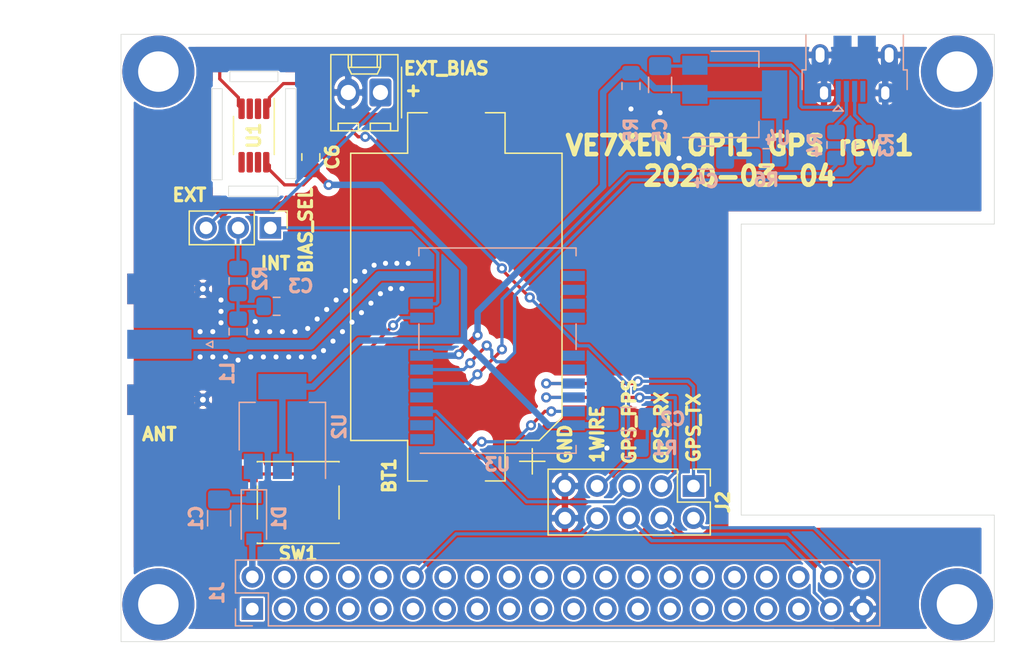
<source format=kicad_pcb>
(kicad_pcb (version 20171130) (host pcbnew 5.1.5)
  (title_block (title "VE7XEN orangepi-neo-gps") (date 2020-03-05) (rev 1))
  (layers (0 F.Cu signal) (31 B.Cu signal) (34 B.Paste user) (35 F.Paste user) (36 B.SilkS user) (37 F.SilkS user) (38 B.Mask user) (39 F.Mask user) (44 Edge.Cuts user))
  (net 0 "")
  (net 1 GND)
  (net 2 "Net-(BT1-Pad1)")
  (net 3 "Net-(C1-Pad1)")
  (net 4 "Net-(C3-Pad1)")
  (net 5 "Net-(C4-Pad1)")
  (net 6 "Net-(C5-Pad1)")
  (net 7 +5V)
  (net 8 "Net-(J1-Pad12)")
  (net 9 "Net-(J1-Pad37)")
  (net 10 "Net-(J1-Pad38)")
  (net 11 "Net-(J1-Pad40)")
  (net 12 /GPS_TX)
  (net 13 /GPS_RX)
  (net 14 /GPS_PPS)
  (net 15 /1WIRE)
  (net 16 "Net-(J3-Pad1)")
  (net 17 "Net-(J3-Pad2)")
  (net 18 "Net-(J3-Pad3)")
  (net 19 "Net-(J5-Pad2)")
  (net 20 "Net-(J5-Pad3)")
  (net 21 "Net-(J6-Pad1)")
  (net 22 +3V3)
  (net 23 "Net-(R3-Pad2)")
  (net 24 "Net-(R4-Pad2)")
  (net 25 "Net-(R5-Pad1)")
  (net 26 "Net-(SW1-Pad2)")
  (net 27 "Net-(C2-Pad2)")
  (module Battery:BatteryHolder_Keystone_1060_1x2032 (layer F.Cu) (at 51.5 45.75 90)
    (fp_text reference BT1 (at -14.125 -5.3 270) (layer F.SilkS) (effects (font (thickness 0.25))))
    (fp_text value Battery_Cell)
    (pad 2 smd rect (at 14.65 0 270) (size 2.6 3.6) (layers F.Cu F.Paste F.Mask) (net 1 GND))
    (pad 1 smd rect (at -14.65 0 270) (size 2.6 3.6) (layers F.Cu F.Paste F.Mask) (net 2 "Net-(BT1-Pad1)"))
  )
  (module Capacitor_SMD:C_1206_3216Metric_Pad1.42x1.75mm_HandSolder (layer B.Cu) (at 32.75 63.25 270)
    (fp_text reference C1 (at 0 1.82 90) (layer B.SilkS) (effects (font (thickness 0.25)) (justify mirror)))
    (fp_text value 10u)
    (pad 1 smd roundrect (at -1.4875 0 270) (size 1.425 1.75) (layers B.Cu B.Paste B.Mask) (roundrect_rratio 0.175439) (net 3 "Net-(C1-Pad1)"))
    (pad 2 smd roundrect (at 1.4875 0 270) (size 1.425 1.75) (layers B.Cu B.Paste B.Mask) (roundrect_rratio 0.175439) (net 1 GND))
  )
  (module Capacitor_SMD:C_1206_3216Metric_Pad1.42x1.75mm_HandSolder (layer B.Cu) (at 65.1 55.4)
    (fp_text reference C2 (at 3.5 0) (layer B.SilkS) (effects (font (thickness 0.25)) (justify mirror)))
    (fp_text value 10u)
    (pad 2 smd roundrect (at 1.4875 0) (size 1.425 1.75) (layers B.Cu B.Paste B.Mask) (roundrect_rratio 0.175439) (net 27 "Net-(C2-Pad2)"))
    (pad 1 smd roundrect (at -1.4875 0) (size 1.425 1.75) (layers B.Cu B.Paste B.Mask) (roundrect_rratio 0.175439) (net 22 +3V3))
  )
  (module Capacitor_SMD:C_0805_2012Metric_Pad1.15x1.40mm_HandSolder (layer B.Cu) (at 37.3 46.5)
    (fp_text reference C3 (at 1.9 -1.6) (layer B.SilkS) (effects (font (thickness 0.25)) (justify mirror)))
    (fp_text value 10n)
    (pad 1 smd roundrect (at -1.025 0) (size 1.15 1.4) (layers B.Cu B.Paste B.Mask) (roundrect_rratio 0.217391) (net 4 "Net-(C3-Pad1)"))
    (pad 2 smd roundrect (at 1.025 0) (size 1.15 1.4) (layers B.Cu B.Paste B.Mask) (roundrect_rratio 0.217391) (net 1 GND))
  )
  (module Capacitor_SMD:C_1206_3216Metric_Pad1.42x1.75mm_HandSolder (layer B.Cu) (at 71.25 34.75 180)
    (fp_text reference C4 (at 0 -1.85) (layer B.SilkS) (effects (font (thickness 0.25)) (justify mirror)))
    (fp_text value 10u)
    (pad 1 smd roundrect (at -1.4875 0 180) (size 1.425 1.75) (layers B.Cu B.Paste B.Mask) (roundrect_rratio 0.175439) (net 5 "Net-(C4-Pad1)"))
    (pad 2 smd roundrect (at 1.4875 0 180) (size 1.425 1.75) (layers B.Cu B.Paste B.Mask) (roundrect_rratio 0.175439) (net 1 GND))
  )
  (module Capacitor_SMD:C_1206_3216Metric_Pad1.42x1.75mm_HandSolder (layer B.Cu) (at 67.6 29 270)
    (fp_text reference C5 (at 3.6 0 90) (layer B.SilkS) (effects (font (thickness 0.25)) (justify mirror)))
    (fp_text value 10u)
    (pad 2 smd roundrect (at 1.4875 0 270) (size 1.425 1.75) (layers B.Cu B.Paste B.Mask) (roundrect_rratio 0.175439) (net 1 GND))
    (pad 1 smd roundrect (at -1.4875 0 270) (size 1.425 1.75) (layers B.Cu B.Paste B.Mask) (roundrect_rratio 0.175439) (net 6 "Net-(C5-Pad1)"))
  )
  (module Diode_SMD:D_SOD-123 (layer B.Cu) (at 35.5 63.25 270)
    (fp_text reference D1 (at 0 -2 90) (layer B.SilkS) (effects (font (thickness 0.25)) (justify mirror)))
    (fp_text value 1N4148W)
    (pad 1 smd rect (at -1.65 0 270) (size 0.9 1.2) (layers B.Cu B.Paste B.Mask) (net 3 "Net-(C1-Pad1)"))
    (pad 2 smd rect (at 1.65 0 270) (size 0.9 1.2) (layers B.Cu B.Paste B.Mask) (net 7 +5V))
  )
  (module MountingHole:MountingHole_3.2mm_M3_ISO7380_Pad (layer F.Cu) (at 27.95 27.95)
    (fp_text reference H1 hide)
    (fp_text value MountingHole)
    (pad 1 thru_hole circle (at 0 0) (size 5.7 5.7) (drill 3.2) (layers *.Cu *.Mask))
  )
  (module MountingHole:MountingHole_3.2mm_M3_ISO7380_Pad (layer F.Cu) (at 27.95 70.05)
    (fp_text reference H2 hide)
    (fp_text value MountingHole)
    (pad 1 thru_hole circle (at 0 0) (size 5.7 5.7) (drill 3.2) (layers *.Cu *.Mask))
  )
  (module MountingHole:MountingHole_3.2mm_M3_ISO7380_Pad (layer F.Cu) (at 91.062 27.95)
    (fp_text reference H3 hide)
    (fp_text value MountingHole)
    (pad 1 thru_hole circle (at 0 0) (size 5.7 5.7) (drill 3.2) (layers *.Cu *.Mask))
  )
  (module MountingHole:MountingHole_3.2mm_M3_ISO7380_Pad (layer F.Cu) (at 91.062 70.05)
    (fp_text reference H4 hide)
    (fp_text value MountingHole)
    (pad 1 thru_hole circle (at 0 0) (size 5.7 5.7) (drill 3.2) (layers *.Cu *.Mask))
  )
  (module Connector_PinSocket_2.54mm:PinSocket_2x20_P2.54mm_Vertical (layer B.Cu) (at 35.375 70.422 270)
    (fp_text reference J1 (at -1.27 2.77 90) (layer B.SilkS) (effects (font (thickness 0.25)) (justify mirror)))
    (fp_text value OPI)
    (pad 1 thru_hole rect (at 0 0 270) (size 1.7 1.7) (drill 1) (layers *.Cu *.Mask))
    (pad 2 thru_hole oval (at -2.54 0 270) (size 1.7 1.7) (drill 1) (layers *.Cu *.Mask) (net 7 +5V))
    (pad 3 thru_hole oval (at 0 -2.54 270) (size 1.7 1.7) (drill 1) (layers *.Cu *.Mask))
    (pad 4 thru_hole oval (at -2.54 -2.54 270) (size 1.7 1.7) (drill 1) (layers *.Cu *.Mask))
    (pad 5 thru_hole oval (at 0 -5.08 270) (size 1.7 1.7) (drill 1) (layers *.Cu *.Mask))
    (pad 6 thru_hole oval (at -2.54 -5.08 270) (size 1.7 1.7) (drill 1) (layers *.Cu *.Mask))
    (pad 7 thru_hole oval (at 0 -7.62 270) (size 1.7 1.7) (drill 1) (layers *.Cu *.Mask))
    (pad 8 thru_hole oval (at -2.54 -7.62 270) (size 1.7 1.7) (drill 1) (layers *.Cu *.Mask))
    (pad 9 thru_hole oval (at 0 -10.16 270) (size 1.7 1.7) (drill 1) (layers *.Cu *.Mask))
    (pad 10 thru_hole oval (at -2.54 -10.16 270) (size 1.7 1.7) (drill 1) (layers *.Cu *.Mask))
    (pad 11 thru_hole oval (at 0 -12.7 270) (size 1.7 1.7) (drill 1) (layers *.Cu *.Mask))
    (pad 12 thru_hole oval (at -2.54 -12.7 270) (size 1.7 1.7) (drill 1) (layers *.Cu *.Mask) (net 8 "Net-(J1-Pad12)"))
    (pad 13 thru_hole oval (at 0 -15.24 270) (size 1.7 1.7) (drill 1) (layers *.Cu *.Mask))
    (pad 14 thru_hole oval (at -2.54 -15.24 270) (size 1.7 1.7) (drill 1) (layers *.Cu *.Mask))
    (pad 15 thru_hole oval (at 0 -17.78 270) (size 1.7 1.7) (drill 1) (layers *.Cu *.Mask))
    (pad 16 thru_hole oval (at -2.54 -17.78 270) (size 1.7 1.7) (drill 1) (layers *.Cu *.Mask))
    (pad 17 thru_hole oval (at 0 -20.32 270) (size 1.7 1.7) (drill 1) (layers *.Cu *.Mask))
    (pad 18 thru_hole oval (at -2.54 -20.32 270) (size 1.7 1.7) (drill 1) (layers *.Cu *.Mask))
    (pad 19 thru_hole oval (at 0 -22.86 270) (size 1.7 1.7) (drill 1) (layers *.Cu *.Mask))
    (pad 20 thru_hole oval (at -2.54 -22.86 270) (size 1.7 1.7) (drill 1) (layers *.Cu *.Mask))
    (pad 21 thru_hole oval (at 0 -25.4 270) (size 1.7 1.7) (drill 1) (layers *.Cu *.Mask))
    (pad 22 thru_hole oval (at -2.54 -25.4 270) (size 1.7 1.7) (drill 1) (layers *.Cu *.Mask))
    (pad 23 thru_hole oval (at 0 -27.94 270) (size 1.7 1.7) (drill 1) (layers *.Cu *.Mask))
    (pad 24 thru_hole oval (at -2.54 -27.94 270) (size 1.7 1.7) (drill 1) (layers *.Cu *.Mask))
    (pad 25 thru_hole oval (at 0 -30.48 270) (size 1.7 1.7) (drill 1) (layers *.Cu *.Mask))
    (pad 26 thru_hole oval (at -2.54 -30.48 270) (size 1.7 1.7) (drill 1) (layers *.Cu *.Mask))
    (pad 27 thru_hole oval (at 0 -33.02 270) (size 1.7 1.7) (drill 1) (layers *.Cu *.Mask))
    (pad 28 thru_hole oval (at -2.54 -33.02 270) (size 1.7 1.7) (drill 1) (layers *.Cu *.Mask))
    (pad 29 thru_hole oval (at 0 -35.56 270) (size 1.7 1.7) (drill 1) (layers *.Cu *.Mask))
    (pad 30 thru_hole oval (at -2.54 -35.56 270) (size 1.7 1.7) (drill 1) (layers *.Cu *.Mask))
    (pad 31 thru_hole oval (at 0 -38.1 270) (size 1.7 1.7) (drill 1) (layers *.Cu *.Mask))
    (pad 32 thru_hole oval (at -2.54 -38.1 270) (size 1.7 1.7) (drill 1) (layers *.Cu *.Mask))
    (pad 33 thru_hole oval (at 0 -40.64 270) (size 1.7 1.7) (drill 1) (layers *.Cu *.Mask))
    (pad 34 thru_hole oval (at -2.54 -40.64 270) (size 1.7 1.7) (drill 1) (layers *.Cu *.Mask))
    (pad 35 thru_hole oval (at 0 -43.18 270) (size 1.7 1.7) (drill 1) (layers *.Cu *.Mask))
    (pad 36 thru_hole oval (at -2.54 -43.18 270) (size 1.7 1.7) (drill 1) (layers *.Cu *.Mask))
    (pad 37 thru_hole oval (at 0 -45.72 270) (size 1.7 1.7) (drill 1) (layers *.Cu *.Mask) (net 9 "Net-(J1-Pad37)"))
    (pad 38 thru_hole oval (at -2.54 -45.72 270) (size 1.7 1.7) (drill 1) (layers *.Cu *.Mask) (net 10 "Net-(J1-Pad38)"))
    (pad 39 thru_hole oval (at 0 -48.26 270) (size 1.7 1.7) (drill 1) (layers *.Cu *.Mask) (net 1 GND))
    (pad 40 thru_hole oval (at -2.54 -48.26 270) (size 1.7 1.7) (drill 1) (layers *.Cu *.Mask) (net 11 "Net-(J1-Pad40)"))
  )
  (module Connector_USB:USB_Micro-B_Amphenol_10103594-0001LF_Horizontal (layer B.Cu) (at 83 27.75)
    (fp_text reference J5 hide)
    (fp_text value USB_B_Micro)
    (pad 6 smd rect (at 2.725 -0.185) (size 1.35 2) (layers B.Cu B.Paste B.Mask) (net 1 GND))
    (pad 6 smd rect (at -2.755 -0.185) (size 1.35 2) (layers B.Cu B.Paste B.Mask) (net 1 GND))
    (pad 6 smd rect (at -2.975 0.565) (size 1.825 0.7) (layers B.Cu B.Paste B.Mask) (net 1 GND))
    (pad 6 smd rect (at 2.975 0.565) (size 1.825 0.7) (layers B.Cu B.Paste B.Mask) (net 1 GND))
    (pad 6 smd rect (at -2.875 1.865) (size 2 1.5) (layers B.Cu B.Paste B.Mask) (net 1 GND))
    (pad 6 smd rect (at 2.875 1.885) (size 2 1.5) (layers B.Cu B.Paste B.Mask) (net 1 GND))
    (pad 1 smd rect (at -1.325 1.765 270) (size 1.65 0.4) (layers B.Cu B.Paste B.Mask) (net 6 "Net-(C5-Pad1)"))
    (pad 2 smd rect (at -0.675 1.765 270) (size 1.65 0.4) (layers B.Cu B.Paste B.Mask) (net 19 "Net-(J5-Pad2)"))
    (pad 3 smd rect (at -0.025 1.765 270) (size 1.65 0.4) (layers B.Cu B.Paste B.Mask) (net 20 "Net-(J5-Pad3)"))
    (pad 4 smd rect (at 0.625 1.765 270) (size 1.65 0.4) (layers B.Cu B.Paste B.Mask))
    (pad 5 smd rect (at 1.275 1.765 270) (size 1.65 0.4) (layers B.Cu B.Paste B.Mask) (net 1 GND))
    (pad 6 thru_hole oval (at -2.445 1.885 270) (size 1.5 1.1) (drill oval 1.05 0.65) (layers *.Cu *.Mask) (net 1 GND))
    (pad 6 thru_hole oval (at 2.395 1.885 270) (size 1.5 1.1) (drill oval 1.05 0.65) (layers *.Cu *.Mask) (net 1 GND))
    (pad 6 thru_hole oval (at -2.755 -1.115 270) (size 1.7 1.35) (drill oval 1.2 0.7) (layers *.Cu *.Mask) (net 1 GND))
    (pad 6 thru_hole oval (at 2.705 -1.115 270) (size 1.7 1.35) (drill oval 1.2 0.7) (layers *.Cu *.Mask) (net 1 GND))
    (pad 6 smd rect (at -0.985 -1.385 270) (size 2.5 1.43) (layers B.Cu B.Paste B.Mask) (net 1 GND))
    (pad 6 smd rect (at 0.935 -1.385 270) (size 2.5 1.43) (layers B.Cu B.Paste B.Mask) (net 1 GND))
  )
  (module Connector_Coaxial:SMA_Molex_73251-1153_EdgeMount_Horizontal (layer B.Cu) (at 29.75 49.5)
    (fp_text reference J6 hide)
    (fp_text value ANT (at -1.72 7.11) (layer F.SilkS) (effects (font (thickness 0.25))))
    (pad 1 smd rect (at -1.72 0) (size 5.08 2.29) (layers B.Cu B.Paste B.Mask) (net 21 "Net-(J6-Pad1)"))
    (pad 2 smd rect (at -1.72 4.38) (size 5.08 2.42) (layers B.Cu B.Paste B.Mask) (net 1 GND))
    (pad 2 smd rect (at -1.72 -4.38) (size 5.08 2.42) (layers B.Cu B.Paste B.Mask) (net 1 GND))
    (pad 2 smd rect (at -1.72 4.38) (size 5.08 2.42) (layers F.Cu F.Paste F.Mask) (net 1 GND))
    (pad 2 smd rect (at -1.72 -4.38) (size 5.08 2.42) (layers F.Cu F.Paste F.Mask) (net 1 GND))
    (pad 2 thru_hole circle (at 1.72 4.38) (size 0.97 0.97) (drill 0.46) (layers *.Cu) (net 1 GND))
    (pad 2 thru_hole circle (at 1.72 -4.38) (size 0.97 0.97) (drill 0.46) (layers *.Cu) (net 1 GND))
    (pad 2 smd rect (at 1.27 4.38) (size 0.95 0.46) (layers B.Cu) (net 1 GND))
    (pad 2 smd rect (at 1.27 -4.38) (size 0.95 0.46) (layers B.Cu) (net 1 GND))
    (pad 2 smd rect (at 1.27 4.38) (size 0.95 0.46) (layers F.Cu) (net 1 GND))
    (pad 2 smd rect (at 1.27 -4.38) (size 0.95 0.46) (layers F.Cu) (net 1 GND))
  )
  (module Inductor_SMD:L_0805_2012Metric_Pad1.15x1.40mm_HandSolder (layer B.Cu) (at 34.25 48.5 270)
    (fp_text reference L1 (at 3.3 0.85 90) (layer B.SilkS) (effects (font (thickness 0.25)) (justify mirror)))
    (fp_text value 27n)
    (pad 1 smd roundrect (at -1.025 0 270) (size 1.15 1.4) (layers B.Cu B.Paste B.Mask) (roundrect_rratio 0.217391) (net 4 "Net-(C3-Pad1)"))
    (pad 2 smd roundrect (at 1.025 0 270) (size 1.15 1.4) (layers B.Cu B.Paste B.Mask) (roundrect_rratio 0.217391) (net 21 "Net-(J6-Pad1)"))
  )
  (module Resistor_SMD:R_0805_2012Metric_Pad1.15x1.40mm_HandSolder (layer B.Cu) (at 65.1 57.7 180)
    (fp_text reference R1 (at -2.9 0 180) (layer B.SilkS) (effects (font (thickness 0.25)) (justify mirror)))
    (fp_text value 1)
    (pad 2 smd roundrect (at 1.025 0 180) (size 1.15 1.4) (layers B.Cu B.Paste B.Mask) (roundrect_rratio 0.217391) (net 1 GND))
    (pad 1 smd roundrect (at -1.025 0 180) (size 1.15 1.4) (layers B.Cu B.Paste B.Mask) (roundrect_rratio 0.217391) (net 27 "Net-(C2-Pad2)"))
  )
  (module Resistor_SMD:R_0805_2012Metric_Pad1.15x1.40mm_HandSolder (layer B.Cu) (at 34.25 44.5 270)
    (fp_text reference R2 (at -0.2 -1.75 90) (layer B.SilkS) (effects (font (thickness 0.25)) (justify mirror)))
    (fp_text value 10)
    (pad 1 smd roundrect (at -1.025 0 270) (size 1.15 1.4) (layers B.Cu B.Paste B.Mask) (roundrect_rratio 0.217391) (net 17 "Net-(J3-Pad2)"))
    (pad 2 smd roundrect (at 1.025 0 270) (size 1.15 1.4) (layers B.Cu B.Paste B.Mask) (roundrect_rratio 0.217391) (net 4 "Net-(C3-Pad1)"))
  )
  (module Resistor_SMD:R_0805_2012Metric_Pad1.15x1.40mm_HandSolder (layer B.Cu) (at 83.75 33.75 270)
    (fp_text reference R3 (at 0 -1.75 90) (layer B.SilkS) (effects (font (thickness 0.25)) (justify mirror)))
    (fp_text value 27)
    (pad 1 smd roundrect (at -1.025 0 270) (size 1.15 1.4) (layers B.Cu B.Paste B.Mask) (roundrect_rratio 0.217391) (net 20 "Net-(J5-Pad3)"))
    (pad 2 smd roundrect (at 1.025 0 270) (size 1.15 1.4) (layers B.Cu B.Paste B.Mask) (roundrect_rratio 0.217391) (net 23 "Net-(R3-Pad2)"))
  )
  (module Resistor_SMD:R_0805_2012Metric_Pad1.15x1.40mm_HandSolder (layer B.Cu) (at 81.5 33.75 270)
    (fp_text reference R4 (at 0 1.65 90) (layer B.SilkS) (effects (font (thickness 0.25)) (justify mirror)))
    (fp_text value 27)
    (pad 2 smd roundrect (at 1.025 0 270) (size 1.15 1.4) (layers B.Cu B.Paste B.Mask) (roundrect_rratio 0.217391) (net 24 "Net-(R4-Pad2)"))
    (pad 1 smd roundrect (at -1.025 0 270) (size 1.15 1.4) (layers B.Cu B.Paste B.Mask) (roundrect_rratio 0.217391) (net 19 "Net-(J5-Pad2)"))
  )
  (module Resistor_SMD:R_0805_2012Metric_Pad1.15x1.40mm_HandSolder (layer B.Cu) (at 65.3 29.1 270)
    (fp_text reference R5 (at 3.5 0 90) (layer B.SilkS) (effects (font (thickness 0.25)) (justify mirror)))
    (fp_text value 100k)
    (pad 2 smd roundrect (at 1.025 0 270) (size 1.15 1.4) (layers B.Cu B.Paste B.Mask) (roundrect_rratio 0.217391) (net 1 GND))
    (pad 1 smd roundrect (at -1.025 0 270) (size 1.15 1.4) (layers B.Cu B.Paste B.Mask) (roundrect_rratio 0.217391) (net 25 "Net-(R5-Pad1)"))
  )
  (module Resistor_SMD:R_0805_2012Metric_Pad1.15x1.40mm_HandSolder (layer B.Cu) (at 76 34.75 180)
    (fp_text reference R6 (at 0 -1.75) (layer B.SilkS) (effects (font (thickness 0.25)) (justify mirror)))
    (fp_text value 1)
    (pad 1 smd roundrect (at -1.025 0 180) (size 1.15 1.4) (layers B.Cu B.Paste B.Mask) (roundrect_rratio 0.217391) (net 25 "Net-(R5-Pad1)"))
    (pad 2 smd roundrect (at 1.025 0 180) (size 1.15 1.4) (layers B.Cu B.Paste B.Mask) (roundrect_rratio 0.217391) (net 5 "Net-(C4-Pad1)"))
  )
  (module Button_Switch_SMD:SW_Push_1P1T_NO_6x6mm_H9.5mm (layer F.Cu) (at 39 62 180)
    (fp_text reference SW1 (at 0 -4.05) (layer F.SilkS) (effects (font (thickness 0.25))))
    (fp_text value RESET)
    (pad 2 smd rect (at -3.975 2.25 180) (size 1.55 1.3) (layers F.Cu F.Paste F.Mask) (net 26 "Net-(SW1-Pad2)"))
    (pad 1 smd rect (at -3.975 -2.25 180) (size 1.55 1.3) (layers F.Cu F.Paste F.Mask) (net 1 GND))
    (pad 1 smd rect (at 3.975 -2.25 180) (size 1.55 1.3) (layers F.Cu F.Paste F.Mask) (net 1 GND))
    (pad 2 smd rect (at 3.975 2.25 180) (size 1.55 1.3) (layers F.Cu F.Paste F.Mask) (net 26 "Net-(SW1-Pad2)"))
  )
  (module Package_SO:MSOP-8_3x3mm_P0.65mm (layer F.Cu) (at 35.5 33 270)
    (fp_text reference U1 (at 0 0 90) (layer F.SilkS) (effects (font (thickness 0.25))))
    (fp_text value DS18B20U)
    (pad 1 smd roundrect (at -2.1125 -0.975 270) (size 1.625 0.5) (layers F.Cu F.Paste F.Mask) (net 15 /1WIRE))
    (pad 2 smd roundrect (at -2.1125 -0.325 270) (size 1.625 0.5) (layers F.Cu F.Paste F.Mask))
    (pad 3 smd roundrect (at -2.1125 0.325 270) (size 1.625 0.5) (layers F.Cu F.Paste F.Mask))
    (pad 4 smd roundrect (at -2.1125 0.975 270) (size 1.625 0.5) (layers F.Cu F.Paste F.Mask) (net 1 GND))
    (pad 5 smd roundrect (at 2.1125 0.975 270) (size 1.625 0.5) (layers F.Cu F.Paste F.Mask))
    (pad 6 smd roundrect (at 2.1125 0.325 270) (size 1.625 0.5) (layers F.Cu F.Paste F.Mask))
    (pad 7 smd roundrect (at 2.1125 -0.325 270) (size 1.625 0.5) (layers F.Cu F.Paste F.Mask))
    (pad 8 smd roundrect (at 2.1125 -0.975 270) (size 1.625 0.5) (layers F.Cu F.Paste F.Mask) (net 22 +3V3))
  )
  (module Package_TO_SOT_SMD:SOT-223-3_TabPin2 (layer B.Cu) (at 37.75 56 90)
    (fp_text reference U2 (at 0 4.5 90) (layer B.SilkS) (effects (font (thickness 0.25)) (justify mirror)))
    (fp_text value TLV1117-33)
    (pad 1 smd rect (at -3.15 2.3 90) (size 2 1.5) (layers B.Cu B.Paste B.Mask) (net 1 GND))
    (pad 3 smd rect (at -3.15 -2.3 90) (size 2 1.5) (layers B.Cu B.Paste B.Mask) (net 3 "Net-(C1-Pad1)"))
    (pad 2 smd rect (at -3.15 0 90) (size 2 1.5) (layers B.Cu B.Paste B.Mask) (net 22 +3V3))
    (pad 2 smd rect (at 3.15 0 90) (size 2 3.8) (layers B.Cu B.Paste B.Mask) (net 22 +3V3))
  )
  (module RF_GPS:ublox_NEO (layer B.Cu) (at 54.75 50)
    (fp_text reference U3 (at 0 9) (layer B.SilkS) (effects (font (thickness 0.25)) (justify mirror)))
    (fp_text value NEO-M8T)
    (pad 1 smd rect (at -6 7) (size 1.8 0.8) (layers B.Cu B.Paste B.Mask))
    (pad 2 smd rect (at -6 5.9) (size 1.8 0.8) (layers B.Cu B.Paste B.Mask))
    (pad 3 smd rect (at -6 4.8) (size 1.8 0.8) (layers B.Cu B.Paste B.Mask) (net 14 /GPS_PPS))
    (pad 4 smd rect (at -6 3.7) (size 1.8 0.8) (layers B.Cu B.Paste B.Mask))
    (pad 5 smd rect (at -6 2.6) (size 1.8 0.8) (layers B.Cu B.Paste B.Mask) (net 24 "Net-(R4-Pad2)"))
    (pad 6 smd rect (at -6 1.5) (size 1.8 0.8) (layers B.Cu B.Paste B.Mask) (net 23 "Net-(R3-Pad2)"))
    (pad 7 smd rect (at -6 0.4) (size 1.8 0.8) (layers B.Cu B.Paste B.Mask) (net 25 "Net-(R5-Pad1)"))
    (pad 8 smd rect (at -6 -2.6) (size 1.8 0.8) (layers B.Cu B.Paste B.Mask) (net 26 "Net-(SW1-Pad2)"))
    (pad 9 smd rect (at -6 -3.7) (size 1.8 0.8) (layers B.Cu B.Paste B.Mask) (net 16 "Net-(J3-Pad1)"))
    (pad 10 smd rect (at -6 -4.8) (size 1.8 0.8) (layers B.Cu B.Paste B.Mask) (net 1 GND))
    (pad 11 smd rect (at -6 -5.9) (size 1.8 0.8) (layers B.Cu B.Paste B.Mask) (net 21 "Net-(J6-Pad1)"))
    (pad 12 smd rect (at -6 -7) (size 1.8 0.8) (layers B.Cu B.Paste B.Mask) (net 1 GND))
    (pad 13 smd rect (at 6 -7) (size 1.8 0.8) (layers B.Cu B.Paste B.Mask) (net 1 GND))
    (pad 14 smd rect (at 6 -5.9) (size 1.8 0.8) (layers B.Cu B.Paste B.Mask))
    (pad 15 smd rect (at 6 -4.8) (size 1.8 0.8) (layers B.Cu B.Paste B.Mask))
    (pad 16 smd rect (at 6 -3.7) (size 1.8 0.8) (layers B.Cu B.Paste B.Mask))
    (pad 17 smd rect (at 6 -2.6) (size 1.8 0.8) (layers B.Cu B.Paste B.Mask))
    (pad 18 smd rect (at 6 0.4) (size 1.8 0.8) (layers B.Cu B.Paste B.Mask))
    (pad 19 smd rect (at 6 1.5) (size 1.8 0.8) (layers B.Cu B.Paste B.Mask))
    (pad 20 smd rect (at 6 2.6) (size 1.8 0.8) (layers B.Cu B.Paste B.Mask) (net 12 /GPS_TX))
    (pad 21 smd rect (at 6 3.7) (size 1.8 0.8) (layers B.Cu B.Paste B.Mask) (net 13 /GPS_RX))
    (pad 22 smd rect (at 6 4.8) (size 1.8 0.8) (layers B.Cu B.Paste B.Mask) (net 2 "Net-(BT1-Pad1)"))
    (pad 23 connect rect (at 6 5.9) (size 1.8 0.8) (layers B.Cu B.Mask) (net 22 +3V3))
    (pad 24 smd rect (at 6 7) (size 1.8 0.8) (layers B.Cu B.Paste B.Mask) (net 1 GND))
  )
  (module Package_TO_SOT_SMD:SOT-223-3_TabPin2 (layer B.Cu) (at 73.5 29.75)
    (fp_text reference U4 (at 3.4 3.45) (layer B.SilkS) (effects (font (thickness 0.25)) (justify mirror)))
    (fp_text value TLV1117-33)
    (pad 2 smd rect (at 3.15 0) (size 2 3.8) (layers B.Cu B.Paste B.Mask) (net 25 "Net-(R5-Pad1)"))
    (pad 2 smd rect (at -3.15 0) (size 2 1.5) (layers B.Cu B.Paste B.Mask) (net 25 "Net-(R5-Pad1)"))
    (pad 3 smd rect (at -3.15 -2.3) (size 2 1.5) (layers B.Cu B.Paste B.Mask) (net 6 "Net-(C5-Pad1)"))
    (pad 1 smd rect (at -3.15 2.3) (size 2 1.5) (layers B.Cu B.Paste B.Mask) (net 1 GND))
  )
  (module Capacitor_SMD:C_0805_2012Metric_Pad1.15x1.40mm_HandSolder (layer F.Cu) (at 40 34.7 90)
    (fp_text reference C6 (at 0 1.7 90) (layer F.SilkS) (effects (font (thickness 0.25))))
    (fp_text value 100n)
    (pad 1 smd roundrect (at -1.025 0 90) (size 1.15 1.4) (layers F.Cu F.Paste F.Mask) (roundrect_rratio 0.217391) (net 22 +3V3))
    (pad 2 smd roundrect (at 1.025 0 90) (size 1.15 1.4) (layers F.Cu F.Paste F.Mask) (roundrect_rratio 0.217391) (net 1 GND))
  )
  (module Connector_PinHeader_2.54mm:PinHeader_1x03_P2.54mm_Vertical (layer F.Cu) (at 36.8 40.3 270)
    (fp_text reference J3 hide)
    (fp_text value BIAS_SEL (at 0.2 -2.8 90) (layer F.SilkS) (effects (font (thickness 0.25))))
    (pad 1 thru_hole rect (at 0 0 270) (size 1.7 1.7) (drill 1) (layers *.Cu *.Mask) (net 16 "Net-(J3-Pad1)"))
    (pad 2 thru_hole oval (at 0 2.54 270) (size 1.7 1.7) (drill 1) (layers *.Cu *.Mask) (net 17 "Net-(J3-Pad2)"))
    (pad 3 thru_hole oval (at 0 5.08 270) (size 1.7 1.7) (drill 1) (layers *.Cu *.Mask) (net 18 "Net-(J3-Pad3)"))
  )
  (module Connector_Molex:Molex_KK-254_AE-6410-02A_1x02_P2.54mm_Vertical (layer F.Cu) (at 45.5 29.6 180)
    (fp_text reference J4 hide)
    (fp_text value EXT_BIAS (at -5.2 1.9) (layer F.SilkS) (effects (font (thickness 0.25))))
    (pad 1 thru_hole roundrect (at 0 0 180) (size 1.74 2.2) (drill 1.2) (layers *.Cu *.Mask) (roundrect_rratio 0.143678) (net 18 "Net-(J3-Pad3)"))
    (pad 2 thru_hole oval (at 2.54 0 180) (size 1.74 2.2) (drill 1.2) (layers *.Cu *.Mask) (net 1 GND))
  )
  (module Connector_PinHeader_2.54mm:PinHeader_2x05_P2.54mm_Vertical (layer F.Cu) (at 70.24 60.7 270)
    (fp_text reference J2 (at 1.27 -2.33 90) (layer F.SilkS) (effects (font (thickness 0.25))))
    (fp_text value OUT_SEL)
    (pad 1 thru_hole rect (at 0 0 270) (size 1.7 1.7) (drill 1) (layers *.Cu *.Mask) (net 12 /GPS_TX))
    (pad 2 thru_hole oval (at 2.54 0 270) (size 1.7 1.7) (drill 1) (layers *.Cu *.Mask) (net 11 "Net-(J1-Pad40)"))
    (pad 3 thru_hole oval (at 0 2.54 270) (size 1.7 1.7) (drill 1) (layers *.Cu *.Mask) (net 13 /GPS_RX))
    (pad 4 thru_hole oval (at 2.54 2.54 270) (size 1.7 1.7) (drill 1) (layers *.Cu *.Mask) (net 10 "Net-(J1-Pad38)"))
    (pad 5 thru_hole oval (at 0 5.08 270) (size 1.7 1.7) (drill 1) (layers *.Cu *.Mask) (net 14 /GPS_PPS))
    (pad 6 thru_hole oval (at 2.54 5.08 270) (size 1.7 1.7) (drill 1) (layers *.Cu *.Mask) (net 9 "Net-(J1-Pad37)"))
    (pad 7 thru_hole oval (at 0 7.62 270) (size 1.7 1.7) (drill 1) (layers *.Cu *.Mask) (net 15 /1WIRE))
    (pad 8 thru_hole oval (at 2.54 7.62 270) (size 1.7 1.7) (drill 1) (layers *.Cu *.Mask) (net 8 "Net-(J1-Pad12)"))
    (pad 9 thru_hole oval (at 0 10.16 270) (size 1.7 1.7) (drill 1) (layers *.Cu *.Mask) (net 1 GND))
    (pad 10 thru_hole oval (at 2.54 10.16 270) (size 1.7 1.7) (drill 1) (layers *.Cu *.Mask) (net 1 GND))
  )
  (gr_line (start 33.5 37.8) (end 33.5 37) (layer Edge.Cuts) (width 0.05))
  (gr_line (start 37.4 37.8) (end 37.4 37) (layer Edge.Cuts) (width 0.05))
  (gr_line (start 37.4 37.8) (end 33.5 37.8) (layer Edge.Cuts) (width 0.05))
  (gr_line (start 38 36.4) (end 38.8 36.4) (layer Edge.Cuts) (width 0.05))
  (gr_line (start 38 29.3) (end 38.8 29.3) (layer Edge.Cuts) (width 0.05))
  (gr_line (start 38.8 29.3) (end 38.8 36.4) (layer Edge.Cuts) (width 0.05))
  (gr_line (start 33.6 27.95) (end 37.4 27.95) (layer Edge.Cuts) (width 0.05))
  (gr_line (start 37.4 27.95) (end 37.4 28.75) (layer Edge.Cuts) (width 0.05))
  (gr_line (start 33.6 28.75) (end 33.6 27.95) (layer Edge.Cuts) (width 0.05))
  (gr_line (start 32.2 36.5) (end 32.2 29.3) (layer Edge.Cuts) (width 0.05))
  (gr_line (start 33 29.3) (end 32.2 29.3) (layer Edge.Cuts) (width 0.05))
  (gr_line (start 33 36.5) (end 32.2 36.5) (layer Edge.Cuts) (width 0.05))
  (gr_line (start 38 36.4) (end 38 29.3) (layer Edge.Cuts) (width 0.05))
  (gr_text "VE7XEN OPI1 GPS rev 1\n2020-03-04" (at 73.9 35) (layer F.SilkS) (effects (font (size 1.5 1.5) (thickness 0.375))))
  (gr_text + (at 48.1 29.4) (layer F.SilkS) (effects (font (size 1 1) (thickness 0.25))))
  (gr_text EXT (at 30.4 37.7) (layer F.SilkS) (effects (font (size 1 1) (thickness 0.25))))
  (gr_text INT (at 37.2 43.1) (layer F.SilkS) (effects (font (size 1 1) (thickness 0.25))))
  (gr_text GND (at 60.09 57.4 90) (layer F.SilkS) (effects (font (size 1 1) (thickness 0.25))))
  (gr_text 1WIRE (at 62.63 56.6 90) (layer F.SilkS) (effects (font (size 1 1) (thickness 0.25))))
  (gr_text GPS_PPS (at 65.17 55.6 90) (layer F.SilkS) (effects (font (size 1 1) (thickness 0.25))))
  (gr_text GPS_RX (at 67.71 56.1 90) (layer F.SilkS) (effects (font (size 1 1) (thickness 0.25))))
  (gr_text GPS_TX (at 70.25 56.1 90) (layer F.SilkS) (effects (font (size 1 1) (thickness 0.25))))
  (gr_line (start 74.012 63) (end 94.012 63) (layer Edge.Cuts) (width 0.05))
  (gr_line (start 74.012 40) (end 74.012 63) (layer Edge.Cuts) (width 0.05))
  (gr_line (start 94.012 40) (end 74.012 40) (layer Edge.Cuts) (width 0.05))
  (gr_line (start 94.012 40) (end 94.012 25) (layer Edge.Cuts) (width 0.05))
  (gr_line (start 94.012 73) (end 94.012 63) (layer Edge.Cuts) (width 0.05))
  (gr_line (start 33.5 37) (end 37.4 37) (layer Edge.Cuts) (width 0.05))
  (gr_line (start 33 29.3) (end 33 36.5) (layer Edge.Cuts) (width 0.05))
  (gr_line (start 37.4 28.75) (end 33.6 28.75) (layer Edge.Cuts) (width 0.05))
  (gr_line (start 25 73) (end 94.012 73) (layer Edge.Cuts) (width 0.05))
  (gr_line (start 25 25) (end 25 73) (layer Edge.Cuts) (width 0.05))
  (gr_line (start 25 25) (end 94.012 25) (layer Edge.Cuts) (width 0.05))
  (via (at 69.1 34.8) (size 0.8) (drill 0.4) (layers F.Cu B.Cu) (net 1))
  (via (at 31.25 50.5) (size 0.8) (drill 0.4) (layers F.Cu B.Cu) (net 1))
  (via (at 32.25 50.5) (size 0.8) (drill 0.4) (layers F.Cu B.Cu) (net 1))
  (via (at 33.25 50.5) (size 0.8) (drill 0.4) (layers F.Cu B.Cu) (net 1))
  (via (at 34.25 50.75) (size 0.8) (drill 0.4) (layers F.Cu B.Cu) (net 1))
  (via (at 35.25 50.5) (size 0.8) (drill 0.4) (layers F.Cu B.Cu) (net 1))
  (via (at 36.25 50.5) (size 0.8) (drill 0.4) (layers F.Cu B.Cu) (net 1))
  (via (at 37.25 50.5) (size 0.8) (drill 0.4) (layers F.Cu B.Cu) (net 1))
  (via (at 38.25 50.5) (size 0.8) (drill 0.4) (layers F.Cu B.Cu) (net 1))
  (via (at 39.25 50.5) (size 0.8) (drill 0.4) (layers F.Cu B.Cu) (net 1))
  (via (at 40.25 50.5) (size 0.8) (drill 0.4) (layers F.Cu B.Cu) (net 1))
  (via (at 41 50) (size 0.8) (drill 0.4) (layers F.Cu B.Cu) (net 1))
  (via (at 41.75 49.25) (size 0.8) (drill 0.4) (layers F.Cu B.Cu) (net 1))
  (via (at 42.5 48.5) (size 0.8) (drill 0.4) (layers F.Cu B.Cu) (net 1))
  (via (at 43.25 47.75) (size 0.8) (drill 0.4) (layers F.Cu B.Cu) (net 1))
  (via (at 44 47) (size 0.8) (drill 0.4) (layers F.Cu B.Cu) (net 1))
  (via (at 44.75 46.25) (size 0.8) (drill 0.4) (layers F.Cu B.Cu) (net 1))
  (via (at 45.5 45.5) (size 0.8) (drill 0.4) (layers F.Cu B.Cu) (net 1))
  (via (at 31.25 48.5) (size 0.8) (drill 0.4) (layers F.Cu B.Cu) (net 1))
  (via (at 32.25 48.5) (size 0.8) (drill 0.4) (layers F.Cu B.Cu) (net 1))
  (via (at 35.75 48.5) (size 0.8) (drill 0.4) (layers F.Cu B.Cu) (net 1))
  (via (at 36.75 48.5) (size 0.8) (drill 0.4) (layers F.Cu B.Cu) (net 1))
  (via (at 37.75 48.5) (size 0.8) (drill 0.4) (layers F.Cu B.Cu) (net 1))
  (via (at 38.75 48.5) (size 0.8) (drill 0.4) (layers F.Cu B.Cu) (net 1))
  (via (at 39.75 48.25) (size 0.8) (drill 0.4) (layers F.Cu B.Cu) (net 1))
  (via (at 40.5 47.5) (size 0.8) (drill 0.4) (layers F.Cu B.Cu) (net 1))
  (via (at 41.25 46.75) (size 0.8) (drill 0.4) (layers F.Cu B.Cu) (net 1))
  (via (at 42 46) (size 0.8) (drill 0.4) (layers F.Cu B.Cu) (net 1))
  (via (at 42.75 45.25) (size 0.8) (drill 0.4) (layers F.Cu B.Cu) (net 1))
  (via (at 43.5 44.5) (size 0.8) (drill 0.4) (layers F.Cu B.Cu) (net 1))
  (via (at 44.25 43.75) (size 0.8) (drill 0.4) (layers F.Cu B.Cu) (net 1))
  (via (at 45 43.25) (size 0.8) (drill 0.4) (layers F.Cu B.Cu) (net 1))
  (via (at 46.3 45.1) (size 0.8) (drill 0.4) (layers F.Cu B.Cu) (net 1))
  (via (at 47.2 45.1) (size 0.8) (drill 0.4) (layers F.Cu B.Cu) (net 1))
  (via (at 45.9 43.1) (size 0.8) (drill 0.4) (layers F.Cu B.Cu) (net 1))
  (via (at 46.8 43.1) (size 0.8) (drill 0.4) (layers F.Cu B.Cu) (net 1))
  (via (at 47.7 43.1) (size 0.8) (drill 0.4) (layers F.Cu B.Cu) (net 1))
  (segment (start 42.114 27.3) (end 42.96 28.146) (width 0.254) (layer F.Cu) (net 1))
  (segment (start 34.275 30.6375) (end 34.275 29.999184) (width 0.254) (layer F.Cu) (net 1))
  (segment (start 34.525 30.8875) (end 34.275 30.6375) (width 0.254) (layer F.Cu) (net 1))
  (segment (start 34.275 29.999184) (end 32.8 28.524184) (width 0.254) (layer F.Cu) (net 1))
  (segment (start 42.96 28.146) (end 42.96 29.5) (width 0.254) (layer F.Cu) (net 1))
  (segment (start 32.8 28.524184) (end 32.8 27.6) (width 0.254) (layer F.Cu) (net 1))
  (segment (start 32.8 27.6) (end 33.1 27.3) (width 0.254) (layer F.Cu) (net 1))
  (segment (start 33.1 27.3) (end 42.114 27.3) (width 0.254) (layer F.Cu) (net 1))
  (segment (start 82.015 26.365) (end 83.935 26.365) (width 0.254) (layer B.Cu) (net 1))
  (segment (start 85.829 27.565) (end 85.725 27.565) (width 0.254) (layer B.Cu) (net 1))
  (segment (start 80.245 27.565) (end 85.829 27.565) (width 0.254) (layer B.Cu) (net 1))
  (segment (start 81.745 26.635) (end 82.015 26.365) (width 0.254) (layer B.Cu) (net 1))
  (segment (start 80.245 26.635) (end 81.745 26.635) (width 0.254) (layer B.Cu) (net 1))
  (segment (start 84.205 26.635) (end 83.935 26.365) (width 0.254) (layer B.Cu) (net 1))
  (segment (start 85.705 26.635) (end 84.205 26.635) (width 0.254) (layer B.Cu) (net 1))
  (via (at 63.4 57.7) (size 0.8) (drill 0.4) (layers F.Cu B.Cu) (net 1))
  (via (at 67.6 31.2) (size 0.8) (drill 0.4) (layers F.Cu B.Cu) (net 1))
  (via (at 65.3 30.9) (size 0.8) (drill 0.4) (layers F.Cu B.Cu) (net 1))
  (via (at 32.9 47.8) (size 0.8) (drill 0.4) (layers F.Cu B.Cu) (net 1))
  (via (at 32.9 46.9) (size 0.8) (drill 0.4) (layers F.Cu B.Cu) (net 1))
  (via (at 32.9 46) (size 0.8) (drill 0.4) (layers F.Cu B.Cu) (net 1))
  (via (at 35.6 47.7) (size 0.8) (drill 0.4) (layers F.Cu B.Cu) (net 1))
  (via (at 59 54.8) (size 0.8) (drill 0.4) (layers F.Cu B.Cu) (net 2))
  (segment (start 60.75 54.8) (end 59 54.8) (width 0.254) (layer B.Cu) (net 2))
  (via (at 57.4 55.9) (size 0.8) (drill 0.4) (layers F.Cu B.Cu) (net 2))
  (segment (start 59 54.8) (end 58.5 54.8) (width 0.254) (layer F.Cu) (net 2))
  (segment (start 58.5 54.8) (end 57.4 55.9) (width 0.254) (layer F.Cu) (net 2))
  (via (at 53.5 57.2) (size 0.8) (drill 0.4) (layers F.Cu B.Cu) (net 2))
  (segment (start 57.4 55.9) (end 56.1 57.2) (width 0.254) (layer B.Cu) (net 2))
  (segment (start 56.1 57.2) (end 53.5 57.2) (width 0.254) (layer B.Cu) (net 2))
  (segment (start 51.5 60.4) (end 51.5 58.846) (width 0.254) (layer F.Cu) (net 2))
  (segment (start 53.146 57.2) (end 53.5 57.2) (width 0.254) (layer F.Cu) (net 2))
  (segment (start 51.5 58.846) (end 53.146 57.2) (width 0.254) (layer F.Cu) (net 2))
  (segment (start 35.45 61.55) (end 35.5 61.6) (width 0.508) (layer B.Cu) (net 3))
  (segment (start 35.45 59.15) (end 35.45 61.55) (width 0.508) (layer B.Cu) (net 3))
  (segment (start 35.3375 61.7625) (end 35.5 61.6) (width 0.508) (layer B.Cu) (net 3))
  (segment (start 32.75 61.7625) (end 35.3375 61.7625) (width 0.508) (layer B.Cu) (net 3))
  (segment (start 34.25 46.55) (end 34.3 46.5) (width 0.254) (layer B.Cu) (net 4))
  (segment (start 34.3 46.5) (end 36.275 46.5) (width 0.254) (layer B.Cu) (net 4))
  (segment (start 34.25 47.475) (end 34.25 46.55) (width 0.254) (layer B.Cu) (net 4))
  (segment (start 34.25 46.55) (end 34.25 45.525) (width 0.254) (layer B.Cu) (net 4))
  (segment (start 74.975 34.75) (end 72.7375 34.75) (width 0.254) (layer B.Cu) (net 5))
  (segment (start 70.3 27.5) (end 70.35 27.45) (width 0.254) (layer B.Cu) (net 6))
  (segment (start 77.935802 27.45) (end 78.731499 28.245697) (width 0.254) (layer B.Cu) (net 6))
  (segment (start 70.35 27.45) (end 77.935802 27.45) (width 0.254) (layer B.Cu) (net 6))
  (segment (start 78.731499 30.657301) (end 78.840208 30.76601) (width 0.254) (layer B.Cu) (net 6))
  (segment (start 78.731499 28.245697) (end 78.731499 30.657301) (width 0.254) (layer B.Cu) (net 6))
  (segment (start 81.50299 30.76601) (end 81.675 30.594) (width 0.254) (layer B.Cu) (net 6))
  (segment (start 81.675 30.594) (end 81.675 29.515) (width 0.254) (layer B.Cu) (net 6))
  (segment (start 78.840208 30.76601) (end 81.50299 30.76601) (width 0.254) (layer B.Cu) (net 6))
  (segment (start 70.2875 27.5125) (end 70.35 27.45) (width 0.254) (layer B.Cu) (net 6))
  (segment (start 67.6 27.5125) (end 70.2875 27.5125) (width 0.254) (layer B.Cu) (net 6))
  (segment (start 35.375 65.025) (end 35.5 64.9) (width 0.508) (layer B.Cu) (net 7))
  (segment (start 35.375 67.882) (end 35.375 65.025) (width 0.508) (layer B.Cu) (net 7))
  (segment (start 61.378999 64.481001) (end 62.62 63.24) (width 0.254) (layer B.Cu) (net 8))
  (segment (start 48.075 67.882) (end 51.475999 64.481001) (width 0.254) (layer B.Cu) (net 8))
  (segment (start 51.475999 64.481001) (end 61.378999 64.481001) (width 0.254) (layer B.Cu) (net 8))
  (segment (start 77.510586 65.016022) (end 66.936022 65.016022) (width 0.254) (layer B.Cu) (net 9))
  (segment (start 81.095 70.422) (end 79.786001 69.113001) (width 0.254) (layer B.Cu) (net 9))
  (segment (start 66.936022 65.016022) (end 65.16 63.24) (width 0.254) (layer B.Cu) (net 9))
  (segment (start 79.786001 67.291437) (end 77.510586 65.016022) (width 0.254) (layer B.Cu) (net 9))
  (segment (start 79.786001 69.113001) (end 79.786001 67.291437) (width 0.254) (layer B.Cu) (net 9))
  (segment (start 68.968011 64.508011) (end 67.7 63.24) (width 0.254) (layer B.Cu) (net 10))
  (segment (start 81.095 67.882) (end 77.721011 64.508011) (width 0.254) (layer B.Cu) (net 10))
  (segment (start 77.721011 64.508011) (end 68.968011 64.508011) (width 0.254) (layer B.Cu) (net 10))
  (segment (start 71 64) (end 70.24 63.24) (width 0.254) (layer B.Cu) (net 11))
  (segment (start 83.635 67.882) (end 79.753 64) (width 0.254) (layer B.Cu) (net 11))
  (segment (start 79.753 64) (end 71 64) (width 0.254) (layer B.Cu) (net 11))
  (via (at 58.6 52.6) (size 0.8) (drill 0.4) (layers F.Cu B.Cu) (net 12))
  (segment (start 60.75 52.6) (end 58.6 52.6) (width 0.254) (layer B.Cu) (net 12))
  (via (at 65.844922 52.423682) (size 0.8) (drill 0.4) (layers F.Cu B.Cu) (net 12))
  (segment (start 65.668604 52.6) (end 65.844922 52.423682) (width 0.254) (layer F.Cu) (net 12))
  (segment (start 58.6 52.6) (end 65.668604 52.6) (width 0.254) (layer F.Cu) (net 12))
  (segment (start 69.823682 52.423682) (end 65.844922 52.423682) (width 0.254) (layer B.Cu) (net 12))
  (segment (start 70.24 52.84) (end 70.24 60.7) (width 0.254) (layer B.Cu) (net 12))
  (segment (start 69.823682 52.423682) (end 70.24 52.84) (width 0.254) (layer B.Cu) (net 12))
  (via (at 58.6 53.7) (size 0.8) (drill 0.4) (layers F.Cu B.Cu) (net 13))
  (segment (start 58.6 53.7) (end 60.75 53.7) (width 0.254) (layer B.Cu) (net 13))
  (via (at 65.98101 53.711108) (size 0.8) (drill 0.4) (layers F.Cu B.Cu) (net 13))
  (segment (start 65.969902 53.7) (end 65.98101 53.711108) (width 0.254) (layer F.Cu) (net 13))
  (segment (start 58.6 53.7) (end 65.969902 53.7) (width 0.254) (layer F.Cu) (net 13))
  (segment (start 68.8 59.6) (end 67.7 60.7) (width 0.254) (layer B.Cu) (net 13))
  (segment (start 65.98101 53.711108) (end 68.8 53.711108) (width 0.254) (layer B.Cu) (net 13))
  (segment (start 68.8 53.711108) (end 68.8 59.6) (width 0.254) (layer B.Cu) (net 13))
  (segment (start 63.918999 61.941001) (end 65.16 60.7) (width 0.254) (layer B.Cu) (net 14))
  (segment (start 57.045001 61.941001) (end 63.918999 61.941001) (width 0.254) (layer B.Cu) (net 14))
  (segment (start 48.75 54.8) (end 49.904 54.8) (width 0.254) (layer B.Cu) (net 14))
  (segment (start 49.904 54.8) (end 57.045001 61.941001) (width 0.254) (layer B.Cu) (net 14))
  (via (at 57.3 45.8) (size 0.8) (drill 0.4) (layers F.Cu B.Cu) (net 15))
  (via (at 55.1 43.5) (size 0.8) (drill 0.4) (layers F.Cu B.Cu) (net 15))
  (segment (start 57.3 45.8) (end 55.1 43.6) (width 0.254) (layer F.Cu) (net 15))
  (segment (start 55.1 43.6) (end 55.1 43.5) (width 0.254) (layer F.Cu) (net 15))
  (via (at 44.3 33.1) (size 0.8) (drill 0.4) (layers F.Cu B.Cu) (net 15))
  (segment (start 55.1 43.5) (end 44.7 33.1) (width 0.254) (layer B.Cu) (net 15))
  (segment (start 44.7 33.1) (end 44.3 33.1) (width 0.254) (layer B.Cu) (net 15))
  (segment (start 36.725 30.6375) (end 36.475 30.8875) (width 0.254) (layer F.Cu) (net 15))
  (segment (start 36.725 30.000816) (end 36.725 30.6375) (width 0.254) (layer F.Cu) (net 15))
  (segment (start 37.831826 28.89399) (end 36.725 30.000816) (width 0.254) (layer F.Cu) (net 15))
  (segment (start 44.3 33.1) (end 43.734315 33.1) (width 0.254) (layer F.Cu) (net 15))
  (segment (start 39.528305 28.89399) (end 37.831826 28.89399) (width 0.254) (layer F.Cu) (net 15))
  (segment (start 43.734315 33.1) (end 39.528305 28.89399) (width 0.254) (layer F.Cu) (net 15))
  (segment (start 65.1 52.764198) (end 65.1 58.5) (width 0.254) (layer B.Cu) (net 15))
  (segment (start 62.9 60.7) (end 62.62 60.7) (width 0.254) (layer B.Cu) (net 15))
  (segment (start 61.954801 49.618999) (end 65.1 52.764198) (width 0.254) (layer B.Cu) (net 15))
  (segment (start 57.3 45.8) (end 61.118999 49.618999) (width 0.254) (layer B.Cu) (net 15))
  (segment (start 65.1 58.5) (end 62.9 60.7) (width 0.254) (layer B.Cu) (net 15))
  (segment (start 61.118999 49.618999) (end 61.954801 49.618999) (width 0.254) (layer B.Cu) (net 15))
  (segment (start 49.904 46.3) (end 48.75 46.3) (width 0.254) (layer B.Cu) (net 16))
  (segment (start 50.031001 46.172999) (end 49.904 46.3) (width 0.254) (layer B.Cu) (net 16))
  (segment (start 50.031001 42.295199) (end 50.031001 46.172999) (width 0.254) (layer B.Cu) (net 16))
  (segment (start 36.8 40.3) (end 48.035802 40.3) (width 0.254) (layer B.Cu) (net 16))
  (segment (start 48.035802 40.3) (end 50.031001 42.295199) (width 0.254) (layer B.Cu) (net 16))
  (segment (start 34.25 40.31) (end 34.26 40.3) (width 0.254) (layer B.Cu) (net 17))
  (segment (start 34.25 43.475) (end 34.25 40.31) (width 0.254) (layer B.Cu) (net 17))
  (segment (start 45.5 30.6) (end 45.5 29.5) (width 0.254) (layer B.Cu) (net 18))
  (segment (start 31.72 40.3) (end 32.951001 39.068999) (width 0.254) (layer B.Cu) (net 18))
  (segment (start 37.031001 39.068999) (end 45.5 30.6) (width 0.254) (layer B.Cu) (net 18))
  (segment (start 32.951001 39.068999) (end 37.031001 39.068999) (width 0.254) (layer B.Cu) (net 18))
  (segment (start 82.325 30.594) (end 82.325 29.515) (width 0.254) (layer B.Cu) (net 19))
  (segment (start 82.325 31.325) (end 82.325 30.594) (width 0.254) (layer B.Cu) (net 19))
  (segment (start 81.5 32.725) (end 81.5 32.15) (width 0.254) (layer B.Cu) (net 19))
  (segment (start 81.5 32.15) (end 82.325 31.325) (width 0.254) (layer B.Cu) (net 19))
  (segment (start 82.975 30.594) (end 82.975 29.515) (width 0.254) (layer B.Cu) (net 20))
  (segment (start 83.75 32.725) (end 83.75 32.15) (width 0.254) (layer B.Cu) (net 20))
  (segment (start 82.975 31.375) (end 82.975 30.594) (width 0.254) (layer B.Cu) (net 20))
  (segment (start 83.75 32.15) (end 82.975 31.375) (width 0.254) (layer B.Cu) (net 20))
  (segment (start 34.225 49.5) (end 34.25 49.525) (width 0.756) (layer B.Cu) (net 21))
  (segment (start 28.03 49.5) (end 34.225 49.5) (width 0.756) (layer B.Cu) (net 21))
  (segment (start 34.25 49.525) (end 39.975 49.525) (width 0.756) (layer B.Cu) (net 21))
  (segment (start 45.4 44.1) (end 48.75 44.1) (width 0.756) (layer B.Cu) (net 21))
  (segment (start 39.975 49.525) (end 45.4 44.1) (width 0.756) (layer B.Cu) (net 21))
  (segment (start 37.75 57.642) (end 37.75 52.85) (width 0.508) (layer B.Cu) (net 22))
  (segment (start 37.75 59.15) (end 37.75 57.642) (width 0.508) (layer B.Cu) (net 22))
  (segment (start 36.475 35.1125) (end 36.725 35.3625) (width 0.254) (layer F.Cu) (net 22))
  (segment (start 36.725 35.699184) (end 37.925816 36.9) (width 0.254) (layer F.Cu) (net 22))
  (via (at 41.4 36.9) (size 0.8) (drill 0.4) (layers F.Cu B.Cu) (net 22))
  (segment (start 36.725 35.3625) (end 36.725 35.699184) (width 0.254) (layer F.Cu) (net 22))
  (segment (start 59.342 55.9) (end 60.75 55.9) (width 0.508) (layer B.Cu) (net 22))
  (segment (start 58.8 55.9) (end 59.342 55.9) (width 0.508) (layer B.Cu) (net 22))
  (segment (start 52.1 49.2) (end 58.8 55.9) (width 0.508) (layer B.Cu) (net 22))
  (segment (start 40 36.3) (end 40 35.725) (width 0.254) (layer F.Cu) (net 22))
  (segment (start 37.925816 36.9) (end 39.4 36.9) (width 0.254) (layer F.Cu) (net 22))
  (segment (start 39.4 36.9) (end 40 36.3) (width 0.254) (layer F.Cu) (net 22))
  (segment (start 40.225 35.725) (end 41.4 36.9) (width 0.508) (layer F.Cu) (net 22))
  (segment (start 40 35.725) (end 40.225 35.725) (width 0.508) (layer F.Cu) (net 22))
  (segment (start 52.1 43.466157) (end 52.1 49.2) (width 0.508) (layer B.Cu) (net 22))
  (segment (start 41.4 36.9) (end 45.533843 36.9) (width 0.508) (layer B.Cu) (net 22))
  (segment (start 45.533843 36.9) (end 52.1 43.466157) (width 0.508) (layer B.Cu) (net 22))
  (segment (start 63.1125 55.9) (end 63.6125 55.4) (width 0.508) (layer B.Cu) (net 22))
  (segment (start 60.75 55.9) (end 63.1125 55.9) (width 0.508) (layer B.Cu) (net 22))
  (segment (start 43.808 49.2) (end 52.1 49.2) (width 0.508) (layer B.Cu) (net 22))
  (segment (start 37.75 52.85) (end 40.158 52.85) (width 0.508) (layer B.Cu) (net 22))
  (segment (start 40.158 52.85) (end 43.808 49.2) (width 0.508) (layer B.Cu) (net 22))
  (via (at 53.9 49.6) (size 0.8) (drill 0.4) (layers F.Cu B.Cu) (net 23))
  (via (at 52.594093 50.9909) (size 0.8) (drill 0.4) (layers F.Cu B.Cu) (net 23))
  (segment (start 52.594093 50.905907) (end 52.594093 50.9909) (width 0.254) (layer F.Cu) (net 23))
  (segment (start 53.9 49.6) (end 52.594093 50.905907) (width 0.254) (layer F.Cu) (net 23))
  (segment (start 48.75 51.5) (end 52.084993 51.5) (width 0.254) (layer B.Cu) (net 23))
  (segment (start 52.084993 51.5) (end 52.594093 50.9909) (width 0.254) (layer B.Cu) (net 23))
  (segment (start 65.250177 36.514021) (end 82.585979 36.514021) (width 0.254) (layer B.Cu) (net 23))
  (segment (start 56.1 45.664198) (end 65.250177 36.514021) (width 0.254) (layer B.Cu) (net 23))
  (segment (start 54.299999 49.999999) (end 54.299999 50.501959) (width 0.254) (layer B.Cu) (net 23))
  (segment (start 82.585979 36.514021) (end 83.75 35.35) (width 0.254) (layer B.Cu) (net 23))
  (segment (start 53.9 49.6) (end 54.299999 49.999999) (width 0.254) (layer B.Cu) (net 23))
  (segment (start 54.299999 50.501959) (end 54.679041 50.881001) (width 0.254) (layer B.Cu) (net 23))
  (segment (start 55.374881 50.881001) (end 56.1 50.155882) (width 0.254) (layer B.Cu) (net 23))
  (segment (start 54.679041 50.881001) (end 55.374881 50.881001) (width 0.254) (layer B.Cu) (net 23))
  (segment (start 83.75 35.35) (end 83.75 34.775) (width 0.254) (layer B.Cu) (net 23))
  (segment (start 56.1 50.155882) (end 56.1 45.664198) (width 0.254) (layer B.Cu) (net 23))
  (segment (start 52.441625 52.6) (end 53.164212 51.877413) (width 0.254) (layer B.Cu) (net 24))
  (via (at 53.164212 51.877413) (size 0.8) (drill 0.4) (layers F.Cu B.Cu) (net 24))
  (segment (start 48.75 52.6) (end 52.441625 52.6) (width 0.254) (layer B.Cu) (net 24))
  (segment (start 81.5 34.775) (end 81.5 35.35) (width 0.254) (layer B.Cu) (net 24))
  (segment (start 81.5 35.35) (end 80.84399 36.00601) (width 0.254) (layer B.Cu) (net 24))
  (segment (start 80.84399 36.00601) (end 65.039752 36.00601) (width 0.254) (layer B.Cu) (net 24))
  (segment (start 65.039752 36.00601) (end 55.102475 45.943287) (width 0.254) (layer B.Cu) (net 24))
  (segment (start 55.102475 49.334317) (end 55.102475 49.900002) (width 0.254) (layer B.Cu) (net 24))
  (segment (start 55.102475 45.943287) (end 55.102475 49.334317) (width 0.254) (layer B.Cu) (net 24))
  (segment (start 55.102475 49.93915) (end 55.102475 49.900002) (width 0.254) (layer F.Cu) (net 24))
  (segment (start 53.164212 51.877413) (end 55.102475 49.93915) (width 0.254) (layer F.Cu) (net 24))
  (via (at 55.102475 49.900002) (size 0.8) (drill 0.4) (layers F.Cu B.Cu) (net 24))
  (via (at 53.178628 48.788127) (size 0.8) (drill 0.4) (layers F.Cu B.Cu) (net 25))
  (segment (start 48.75 50.4) (end 51.6 50.4) (width 0.508) (layer B.Cu) (net 25))
  (via (at 51.7 50.3) (size 0.8) (drill 0.4) (layers F.Cu B.Cu) (net 25))
  (segment (start 53.178628 48.788127) (end 51.7 50.266755) (width 0.508) (layer F.Cu) (net 25))
  (segment (start 51.7 50.266755) (end 51.7 50.3) (width 0.508) (layer F.Cu) (net 25))
  (segment (start 51.6 50.4) (end 51.7 50.3) (width 0.508) (layer B.Cu) (net 25))
  (segment (start 77.025 30.125) (end 76.65 29.75) (width 0.508) (layer B.Cu) (net 25))
  (segment (start 77.025 34.75) (end 77.025 30.125) (width 0.508) (layer B.Cu) (net 25))
  (segment (start 71.858 29.75) (end 76.65 29.75) (width 0.508) (layer B.Cu) (net 25))
  (segment (start 70.35 29.75) (end 71.858 29.75) (width 0.508) (layer B.Cu) (net 25))
  (segment (start 64.6 28.075) (end 65.3 28.075) (width 0.508) (layer B.Cu) (net 25))
  (segment (start 63.1 29.575) (end 64.6 28.075) (width 0.508) (layer B.Cu) (net 25))
  (segment (start 63.1 37) (end 63.1 29.575) (width 0.508) (layer B.Cu) (net 25))
  (segment (start 53.178628 46.921372) (end 63.1 37) (width 0.508) (layer B.Cu) (net 25))
  (segment (start 53.178628 48.788127) (end 53.178628 46.921372) (width 0.508) (layer B.Cu) (net 25))
  (segment (start 69.86699 29.26699) (end 70.35 29.75) (width 0.508) (layer B.Cu) (net 25))
  (segment (start 67.19199 29.26699) (end 69.86699 29.26699) (width 0.508) (layer B.Cu) (net 25))
  (segment (start 65.3 28.075) (end 66 28.075) (width 0.508) (layer B.Cu) (net 25))
  (segment (start 66 28.075) (end 67.19199 29.26699) (width 0.508) (layer B.Cu) (net 25))
  (segment (start 36.054 59.75) (end 42.975 59.75) (width 0.254) (layer F.Cu) (net 26))
  (segment (start 35.025 59.75) (end 36.054 59.75) (width 0.254) (layer F.Cu) (net 26))
  (via (at 46.5 48) (size 0.8) (drill 0.4) (layers F.Cu B.Cu) (net 26))
  (segment (start 42.975 59.75) (end 42.975 51.525) (width 0.254) (layer F.Cu) (net 26))
  (segment (start 42.975 51.525) (end 46.5 48) (width 0.254) (layer F.Cu) (net 26))
  (segment (start 47.1 47.4) (end 46.5 48) (width 0.254) (layer B.Cu) (net 26))
  (segment (start 48.75 47.4) (end 47.1 47.4) (width 0.254) (layer B.Cu) (net 26))
  (segment (start 66.5875 57.2375) (end 66.125 57.7) (width 0.254) (layer B.Cu) (net 27))
  (segment (start 66.5875 55.4) (end 66.5875 57.2375) (width 0.254) (layer B.Cu) (net 27))
  (zone (net 1) (net_name GND) (layer F.Cu) (connect_pads thru_hole_only (clearance 0.508)) (min_thickness 0.254) (fill yes (arc_segments 32) (thermal_gap 0.254) (thermal_bridge_width 0.508))
    (polygon (pts (xy 93 39) (xy 73 39) (xy 73 64) (xy 93 64) (xy 93 72) (xy 26 72) (xy 26 26) (xy 93 26)))
  )
  (zone (net 1) (net_name GND) (layer B.Cu) (connect_pads thru_hole_only (clearance 0.15)) (min_thickness 0.15) (fill yes (arc_segments 32) (thermal_gap 0.254) (thermal_bridge_width 0.508))
    (polygon (pts (xy 93 38.992722) (xy 73 38.992722) (xy 73 63.992722) (xy 93 63.992722) (xy 93 71.992722) (xy 26 71.992722) (xy 26 25.992722) (xy 93 25.992722)))
  )
  (zone (net 0) (net_name "") (layers F&B.Cu) (connect_pads (clearance 0.508)) (min_thickness 0.254)
    (keepout (tracks allowed) (vias allowed) (copperpour not_allowed))
    (fill (arc_segments 32) (thermal_gap 0.508) (thermal_bridge_width 0.508))
    (polygon (pts (xy 32.25 28) (xy 38.75 28) (xy 38.75 37.75) (xy 32.25 37.75)))
  )
)
</source>
